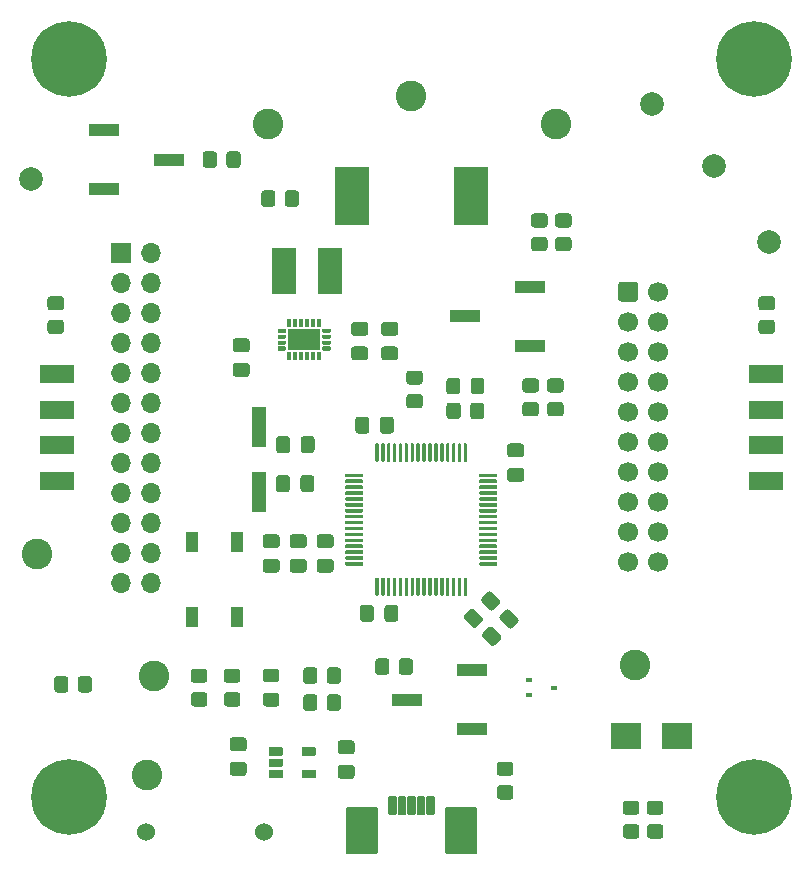
<source format=gbr>
%TF.GenerationSoftware,KiCad,Pcbnew,(5.1.10)-1*%
%TF.CreationDate,2021-12-17T12:10:03-05:00*%
%TF.ProjectId,Chess-Timer-RevA,43686573-732d-4546-996d-65722d526576,rev?*%
%TF.SameCoordinates,Original*%
%TF.FileFunction,Soldermask,Top*%
%TF.FilePolarity,Negative*%
%FSLAX46Y46*%
G04 Gerber Fmt 4.6, Leading zero omitted, Abs format (unit mm)*
G04 Created by KiCad (PCBNEW (5.1.10)-1) date 2021-12-17 12:10:03*
%MOMM*%
%LPD*%
G01*
G04 APERTURE LIST*
%ADD10R,1.200000X3.500000*%
%ADD11R,2.500000X2.300000*%
%ADD12C,2.600000*%
%ADD13C,6.400000*%
%ADD14C,2.000000*%
%ADD15C,1.700000*%
%ADD16R,1.700000X1.700000*%
%ADD17O,1.700000X1.700000*%
%ADD18R,2.000000X4.000000*%
%ADD19R,0.600000X0.400000*%
%ADD20R,2.500000X1.000000*%
%ADD21R,1.000000X1.700000*%
%ADD22C,1.524000*%
%ADD23R,3.000000X5.000000*%
%ADD24R,3.000000X1.500000*%
G04 APERTURE END LIST*
%TO.C,U2*%
G36*
G01*
X23658000Y43575000D02*
X23658000Y43825000D01*
G75*
G02*
X23708000Y43875000I50000J0D01*
G01*
X24308000Y43875000D01*
G75*
G02*
X24358000Y43825000I0J-50000D01*
G01*
X24358000Y43575000D01*
G75*
G02*
X24308000Y43525000I-50000J0D01*
G01*
X23708000Y43525000D01*
G75*
G02*
X23658000Y43575000I0J50000D01*
G01*
G37*
G36*
G01*
X27508000Y44375000D02*
X28108000Y44375000D01*
G75*
G02*
X28158000Y44325000I0J-50000D01*
G01*
X28158000Y44075000D01*
G75*
G02*
X28108000Y44025000I-50000J0D01*
G01*
X27508000Y44025000D01*
G75*
G02*
X27458000Y44075000I0J50000D01*
G01*
X27458000Y44325000D01*
G75*
G02*
X27508000Y44375000I50000J0D01*
G01*
G37*
G36*
G01*
X24583000Y45325000D02*
X27233000Y45325000D01*
G75*
G02*
X27283000Y45275000I0J-50000D01*
G01*
X27283000Y43625000D01*
G75*
G02*
X27233000Y43575000I-50000J0D01*
G01*
X24583000Y43575000D01*
G75*
G02*
X24533000Y43625000I0J50000D01*
G01*
X24533000Y45275000D01*
G75*
G02*
X24583000Y45325000I50000J0D01*
G01*
G37*
G36*
G01*
X27458000Y45075000D02*
X27458000Y45325000D01*
G75*
G02*
X27508000Y45375000I50000J0D01*
G01*
X28108000Y45375000D01*
G75*
G02*
X28158000Y45325000I0J-50000D01*
G01*
X28158000Y45075000D01*
G75*
G02*
X28108000Y45025000I-50000J0D01*
G01*
X27508000Y45025000D01*
G75*
G02*
X27458000Y45075000I0J50000D01*
G01*
G37*
G36*
G01*
X27458000Y44575000D02*
X27458000Y44825000D01*
G75*
G02*
X27508000Y44875000I50000J0D01*
G01*
X28108000Y44875000D01*
G75*
G02*
X28158000Y44825000I0J-50000D01*
G01*
X28158000Y44575000D01*
G75*
G02*
X28108000Y44525000I-50000J0D01*
G01*
X27508000Y44525000D01*
G75*
G02*
X27458000Y44575000I0J50000D01*
G01*
G37*
G36*
G01*
X27458000Y43575000D02*
X27458000Y43825000D01*
G75*
G02*
X27508000Y43875000I50000J0D01*
G01*
X28108000Y43875000D01*
G75*
G02*
X28158000Y43825000I0J-50000D01*
G01*
X28158000Y43575000D01*
G75*
G02*
X28108000Y43525000I-50000J0D01*
G01*
X27508000Y43525000D01*
G75*
G02*
X27458000Y43575000I0J50000D01*
G01*
G37*
G36*
G01*
X24533000Y43400000D02*
X24783000Y43400000D01*
G75*
G02*
X24833000Y43350000I0J-50000D01*
G01*
X24833000Y42750000D01*
G75*
G02*
X24783000Y42700000I-50000J0D01*
G01*
X24533000Y42700000D01*
G75*
G02*
X24483000Y42750000I0J50000D01*
G01*
X24483000Y43350000D01*
G75*
G02*
X24533000Y43400000I50000J0D01*
G01*
G37*
G36*
G01*
X25033000Y43400000D02*
X25283000Y43400000D01*
G75*
G02*
X25333000Y43350000I0J-50000D01*
G01*
X25333000Y42750000D01*
G75*
G02*
X25283000Y42700000I-50000J0D01*
G01*
X25033000Y42700000D01*
G75*
G02*
X24983000Y42750000I0J50000D01*
G01*
X24983000Y43350000D01*
G75*
G02*
X25033000Y43400000I50000J0D01*
G01*
G37*
G36*
G01*
X25533000Y43400000D02*
X25783000Y43400000D01*
G75*
G02*
X25833000Y43350000I0J-50000D01*
G01*
X25833000Y42750000D01*
G75*
G02*
X25783000Y42700000I-50000J0D01*
G01*
X25533000Y42700000D01*
G75*
G02*
X25483000Y42750000I0J50000D01*
G01*
X25483000Y43350000D01*
G75*
G02*
X25533000Y43400000I50000J0D01*
G01*
G37*
G36*
G01*
X26033000Y43400000D02*
X26283000Y43400000D01*
G75*
G02*
X26333000Y43350000I0J-50000D01*
G01*
X26333000Y42750000D01*
G75*
G02*
X26283000Y42700000I-50000J0D01*
G01*
X26033000Y42700000D01*
G75*
G02*
X25983000Y42750000I0J50000D01*
G01*
X25983000Y43350000D01*
G75*
G02*
X26033000Y43400000I50000J0D01*
G01*
G37*
G36*
G01*
X26533000Y43400000D02*
X26783000Y43400000D01*
G75*
G02*
X26833000Y43350000I0J-50000D01*
G01*
X26833000Y42750000D01*
G75*
G02*
X26783000Y42700000I-50000J0D01*
G01*
X26533000Y42700000D01*
G75*
G02*
X26483000Y42750000I0J50000D01*
G01*
X26483000Y43350000D01*
G75*
G02*
X26533000Y43400000I50000J0D01*
G01*
G37*
G36*
G01*
X27033000Y43400000D02*
X27283000Y43400000D01*
G75*
G02*
X27333000Y43350000I0J-50000D01*
G01*
X27333000Y42750000D01*
G75*
G02*
X27283000Y42700000I-50000J0D01*
G01*
X27033000Y42700000D01*
G75*
G02*
X26983000Y42750000I0J50000D01*
G01*
X26983000Y43350000D01*
G75*
G02*
X27033000Y43400000I50000J0D01*
G01*
G37*
G36*
G01*
X23658000Y44075000D02*
X23658000Y44325000D01*
G75*
G02*
X23708000Y44375000I50000J0D01*
G01*
X24308000Y44375000D01*
G75*
G02*
X24358000Y44325000I0J-50000D01*
G01*
X24358000Y44075000D01*
G75*
G02*
X24308000Y44025000I-50000J0D01*
G01*
X23708000Y44025000D01*
G75*
G02*
X23658000Y44075000I0J50000D01*
G01*
G37*
G36*
G01*
X23658000Y44575000D02*
X23658000Y44825000D01*
G75*
G02*
X23708000Y44875000I50000J0D01*
G01*
X24308000Y44875000D01*
G75*
G02*
X24358000Y44825000I0J-50000D01*
G01*
X24358000Y44575000D01*
G75*
G02*
X24308000Y44525000I-50000J0D01*
G01*
X23708000Y44525000D01*
G75*
G02*
X23658000Y44575000I0J50000D01*
G01*
G37*
G36*
G01*
X23658000Y45075000D02*
X23658000Y45325000D01*
G75*
G02*
X23708000Y45375000I50000J0D01*
G01*
X24308000Y45375000D01*
G75*
G02*
X24358000Y45325000I0J-50000D01*
G01*
X24358000Y45075000D01*
G75*
G02*
X24308000Y45025000I-50000J0D01*
G01*
X23708000Y45025000D01*
G75*
G02*
X23658000Y45075000I0J50000D01*
G01*
G37*
G36*
G01*
X24513000Y46200000D02*
X24763000Y46200000D01*
G75*
G02*
X24813000Y46150000I0J-50000D01*
G01*
X24813000Y45550000D01*
G75*
G02*
X24763000Y45500000I-50000J0D01*
G01*
X24513000Y45500000D01*
G75*
G02*
X24463000Y45550000I0J50000D01*
G01*
X24463000Y46150000D01*
G75*
G02*
X24513000Y46200000I50000J0D01*
G01*
G37*
G36*
G01*
X25033000Y46200000D02*
X25283000Y46200000D01*
G75*
G02*
X25333000Y46150000I0J-50000D01*
G01*
X25333000Y45550000D01*
G75*
G02*
X25283000Y45500000I-50000J0D01*
G01*
X25033000Y45500000D01*
G75*
G02*
X24983000Y45550000I0J50000D01*
G01*
X24983000Y46150000D01*
G75*
G02*
X25033000Y46200000I50000J0D01*
G01*
G37*
G36*
G01*
X25533000Y46200000D02*
X25783000Y46200000D01*
G75*
G02*
X25833000Y46150000I0J-50000D01*
G01*
X25833000Y45550000D01*
G75*
G02*
X25783000Y45500000I-50000J0D01*
G01*
X25533000Y45500000D01*
G75*
G02*
X25483000Y45550000I0J50000D01*
G01*
X25483000Y46150000D01*
G75*
G02*
X25533000Y46200000I50000J0D01*
G01*
G37*
G36*
G01*
X26033000Y46200000D02*
X26283000Y46200000D01*
G75*
G02*
X26333000Y46150000I0J-50000D01*
G01*
X26333000Y45550000D01*
G75*
G02*
X26283000Y45500000I-50000J0D01*
G01*
X26033000Y45500000D01*
G75*
G02*
X25983000Y45550000I0J50000D01*
G01*
X25983000Y46150000D01*
G75*
G02*
X26033000Y46200000I50000J0D01*
G01*
G37*
G36*
G01*
X26533000Y46200000D02*
X26783000Y46200000D01*
G75*
G02*
X26833000Y46150000I0J-50000D01*
G01*
X26833000Y45550000D01*
G75*
G02*
X26783000Y45500000I-50000J0D01*
G01*
X26533000Y45500000D01*
G75*
G02*
X26483000Y45550000I0J50000D01*
G01*
X26483000Y46150000D01*
G75*
G02*
X26533000Y46200000I50000J0D01*
G01*
G37*
G36*
G01*
X27033000Y46200000D02*
X27283000Y46200000D01*
G75*
G02*
X27333000Y46150000I0J-50000D01*
G01*
X27333000Y45550000D01*
G75*
G02*
X27283000Y45500000I-50000J0D01*
G01*
X27033000Y45500000D01*
G75*
G02*
X26983000Y45550000I0J50000D01*
G01*
X26983000Y46150000D01*
G75*
G02*
X27033000Y46200000I50000J0D01*
G01*
G37*
%TD*%
%TO.C,J1*%
G36*
G01*
X34651200Y4287200D02*
X34651200Y5687200D01*
G75*
G02*
X34751200Y5787200I100000J0D01*
G01*
X35251200Y5787200D01*
G75*
G02*
X35351200Y5687200I0J-100000D01*
G01*
X35351200Y4287200D01*
G75*
G02*
X35251200Y4187200I-100000J0D01*
G01*
X34751200Y4187200D01*
G75*
G02*
X34651200Y4287200I0J100000D01*
G01*
G37*
G36*
G01*
X37851200Y987200D02*
X37851200Y4787200D01*
G75*
G02*
X37951200Y4887200I100000J0D01*
G01*
X40451200Y4887200D01*
G75*
G02*
X40551200Y4787200I0J-100000D01*
G01*
X40551200Y987200D01*
G75*
G02*
X40451200Y887200I-100000J0D01*
G01*
X37951200Y887200D01*
G75*
G02*
X37851200Y987200I0J100000D01*
G01*
G37*
G36*
G01*
X29451200Y987200D02*
X29451200Y4787200D01*
G75*
G02*
X29551200Y4887200I100000J0D01*
G01*
X32051200Y4887200D01*
G75*
G02*
X32151200Y4787200I0J-100000D01*
G01*
X32151200Y987200D01*
G75*
G02*
X32051200Y887200I-100000J0D01*
G01*
X29551200Y887200D01*
G75*
G02*
X29451200Y987200I0J100000D01*
G01*
G37*
G36*
G01*
X36251200Y4287200D02*
X36251200Y5687200D01*
G75*
G02*
X36351200Y5787200I100000J0D01*
G01*
X36851200Y5787200D01*
G75*
G02*
X36951200Y5687200I0J-100000D01*
G01*
X36951200Y4287200D01*
G75*
G02*
X36851200Y4187200I-100000J0D01*
G01*
X36351200Y4187200D01*
G75*
G02*
X36251200Y4287200I0J100000D01*
G01*
G37*
G36*
G01*
X35451200Y4287200D02*
X35451200Y5687200D01*
G75*
G02*
X35551200Y5787200I100000J0D01*
G01*
X36051200Y5787200D01*
G75*
G02*
X36151200Y5687200I0J-100000D01*
G01*
X36151200Y4287200D01*
G75*
G02*
X36051200Y4187200I-100000J0D01*
G01*
X35551200Y4187200D01*
G75*
G02*
X35451200Y4287200I0J100000D01*
G01*
G37*
G36*
G01*
X33851200Y4287200D02*
X33851200Y5687200D01*
G75*
G02*
X33951200Y5787200I100000J0D01*
G01*
X34451200Y5787200D01*
G75*
G02*
X34551200Y5687200I0J-100000D01*
G01*
X34551200Y4287200D01*
G75*
G02*
X34451200Y4187200I-100000J0D01*
G01*
X33951200Y4187200D01*
G75*
G02*
X33851200Y4287200I0J100000D01*
G01*
G37*
G36*
G01*
X33051200Y4287200D02*
X33051200Y5687200D01*
G75*
G02*
X33151200Y5787200I100000J0D01*
G01*
X33651200Y5787200D01*
G75*
G02*
X33751200Y5687200I0J-100000D01*
G01*
X33751200Y4287200D01*
G75*
G02*
X33651200Y4187200I-100000J0D01*
G01*
X33151200Y4187200D01*
G75*
G02*
X33051200Y4287200I0J100000D01*
G01*
G37*
%TD*%
D10*
%TO.C,XTAL1*%
X22098000Y31584000D03*
X22098000Y37084000D03*
%TD*%
%TO.C,C15*%
G36*
G01*
X24696000Y32733000D02*
X24696000Y31783000D01*
G75*
G02*
X24446000Y31533000I-250000J0D01*
G01*
X23771000Y31533000D01*
G75*
G02*
X23521000Y31783000I0J250000D01*
G01*
X23521000Y32733000D01*
G75*
G02*
X23771000Y32983000I250000J0D01*
G01*
X24446000Y32983000D01*
G75*
G02*
X24696000Y32733000I0J-250000D01*
G01*
G37*
G36*
G01*
X26771000Y32733000D02*
X26771000Y31783000D01*
G75*
G02*
X26521000Y31533000I-250000J0D01*
G01*
X25846000Y31533000D01*
G75*
G02*
X25596000Y31783000I0J250000D01*
G01*
X25596000Y32733000D01*
G75*
G02*
X25846000Y32983000I250000J0D01*
G01*
X26521000Y32983000D01*
G75*
G02*
X26771000Y32733000I0J-250000D01*
G01*
G37*
%TD*%
%TO.C,C14*%
G36*
G01*
X24717500Y36035000D02*
X24717500Y35085000D01*
G75*
G02*
X24467500Y34835000I-250000J0D01*
G01*
X23792500Y34835000D01*
G75*
G02*
X23542500Y35085000I0J250000D01*
G01*
X23542500Y36035000D01*
G75*
G02*
X23792500Y36285000I250000J0D01*
G01*
X24467500Y36285000D01*
G75*
G02*
X24717500Y36035000I0J-250000D01*
G01*
G37*
G36*
G01*
X26792500Y36035000D02*
X26792500Y35085000D01*
G75*
G02*
X26542500Y34835000I-250000J0D01*
G01*
X25867500Y34835000D01*
G75*
G02*
X25617500Y35085000I0J250000D01*
G01*
X25617500Y36035000D01*
G75*
G02*
X25867500Y36285000I250000J0D01*
G01*
X26542500Y36285000D01*
G75*
G02*
X26792500Y36035000I0J-250000D01*
G01*
G37*
%TD*%
D11*
%TO.C,D1*%
X57445800Y10922000D03*
X53145800Y10922000D03*
%TD*%
D12*
%TO.C,TP9*%
X13208000Y16002000D03*
%TD*%
D13*
%TO.C,MT3*%
X64000000Y68250000D03*
%TD*%
%TO.C,MT4*%
X64000000Y5750000D03*
%TD*%
%TO.C,MT1*%
X6000000Y5750000D03*
%TD*%
%TO.C,MT2*%
X6000000Y68250000D03*
%TD*%
D14*
%TO.C,H7*%
X2794000Y58013600D03*
%TD*%
%TO.C,H3*%
X65227200Y52730400D03*
%TD*%
%TO.C,H2*%
X60604400Y59131200D03*
%TD*%
%TO.C,H1*%
X55321200Y64414400D03*
%TD*%
%TO.C,C8*%
G36*
G01*
X31808000Y21747500D02*
X31808000Y20797500D01*
G75*
G02*
X31558000Y20547500I-250000J0D01*
G01*
X30883000Y20547500D01*
G75*
G02*
X30633000Y20797500I0J250000D01*
G01*
X30633000Y21747500D01*
G75*
G02*
X30883000Y21997500I250000J0D01*
G01*
X31558000Y21997500D01*
G75*
G02*
X31808000Y21747500I0J-250000D01*
G01*
G37*
G36*
G01*
X33883000Y21747500D02*
X33883000Y20797500D01*
G75*
G02*
X33633000Y20547500I-250000J0D01*
G01*
X32958000Y20547500D01*
G75*
G02*
X32708000Y20797500I0J250000D01*
G01*
X32708000Y21747500D01*
G75*
G02*
X32958000Y21997500I250000J0D01*
G01*
X33633000Y21997500D01*
G75*
G02*
X33883000Y21747500I0J-250000D01*
G01*
G37*
%TD*%
%TO.C,C1*%
G36*
G01*
X29939000Y7265000D02*
X28989000Y7265000D01*
G75*
G02*
X28739000Y7515000I0J250000D01*
G01*
X28739000Y8190000D01*
G75*
G02*
X28989000Y8440000I250000J0D01*
G01*
X29939000Y8440000D01*
G75*
G02*
X30189000Y8190000I0J-250000D01*
G01*
X30189000Y7515000D01*
G75*
G02*
X29939000Y7265000I-250000J0D01*
G01*
G37*
G36*
G01*
X29939000Y9340000D02*
X28989000Y9340000D01*
G75*
G02*
X28739000Y9590000I0J250000D01*
G01*
X28739000Y10265000D01*
G75*
G02*
X28989000Y10515000I250000J0D01*
G01*
X29939000Y10515000D01*
G75*
G02*
X30189000Y10265000I0J-250000D01*
G01*
X30189000Y9590000D01*
G75*
G02*
X29939000Y9340000I-250000J0D01*
G01*
G37*
%TD*%
%TO.C,C2*%
G36*
G01*
X20795000Y7519000D02*
X19845000Y7519000D01*
G75*
G02*
X19595000Y7769000I0J250000D01*
G01*
X19595000Y8444000D01*
G75*
G02*
X19845000Y8694000I250000J0D01*
G01*
X20795000Y8694000D01*
G75*
G02*
X21045000Y8444000I0J-250000D01*
G01*
X21045000Y7769000D01*
G75*
G02*
X20795000Y7519000I-250000J0D01*
G01*
G37*
G36*
G01*
X20795000Y9594000D02*
X19845000Y9594000D01*
G75*
G02*
X19595000Y9844000I0J250000D01*
G01*
X19595000Y10519000D01*
G75*
G02*
X19845000Y10769000I250000J0D01*
G01*
X20795000Y10769000D01*
G75*
G02*
X21045000Y10519000I0J-250000D01*
G01*
X21045000Y9844000D01*
G75*
G02*
X20795000Y9594000I-250000J0D01*
G01*
G37*
%TD*%
%TO.C,C3*%
G36*
G01*
X20099000Y42476000D02*
X21049000Y42476000D01*
G75*
G02*
X21299000Y42226000I0J-250000D01*
G01*
X21299000Y41551000D01*
G75*
G02*
X21049000Y41301000I-250000J0D01*
G01*
X20099000Y41301000D01*
G75*
G02*
X19849000Y41551000I0J250000D01*
G01*
X19849000Y42226000D01*
G75*
G02*
X20099000Y42476000I250000J0D01*
G01*
G37*
G36*
G01*
X20099000Y44551000D02*
X21049000Y44551000D01*
G75*
G02*
X21299000Y44301000I0J-250000D01*
G01*
X21299000Y43626000D01*
G75*
G02*
X21049000Y43376000I-250000J0D01*
G01*
X20099000Y43376000D01*
G75*
G02*
X19849000Y43626000I0J250000D01*
G01*
X19849000Y44301000D01*
G75*
G02*
X20099000Y44551000I250000J0D01*
G01*
G37*
%TD*%
%TO.C,C4*%
G36*
G01*
X30132000Y43873000D02*
X31082000Y43873000D01*
G75*
G02*
X31332000Y43623000I0J-250000D01*
G01*
X31332000Y42948000D01*
G75*
G02*
X31082000Y42698000I-250000J0D01*
G01*
X30132000Y42698000D01*
G75*
G02*
X29882000Y42948000I0J250000D01*
G01*
X29882000Y43623000D01*
G75*
G02*
X30132000Y43873000I250000J0D01*
G01*
G37*
G36*
G01*
X30132000Y45948000D02*
X31082000Y45948000D01*
G75*
G02*
X31332000Y45698000I0J-250000D01*
G01*
X31332000Y45023000D01*
G75*
G02*
X31082000Y44773000I-250000J0D01*
G01*
X30132000Y44773000D01*
G75*
G02*
X29882000Y45023000I0J250000D01*
G01*
X29882000Y45698000D01*
G75*
G02*
X30132000Y45948000I250000J0D01*
G01*
G37*
%TD*%
%TO.C,C5*%
G36*
G01*
X32672000Y45948000D02*
X33622000Y45948000D01*
G75*
G02*
X33872000Y45698000I0J-250000D01*
G01*
X33872000Y45023000D01*
G75*
G02*
X33622000Y44773000I-250000J0D01*
G01*
X32672000Y44773000D01*
G75*
G02*
X32422000Y45023000I0J250000D01*
G01*
X32422000Y45698000D01*
G75*
G02*
X32672000Y45948000I250000J0D01*
G01*
G37*
G36*
G01*
X32672000Y43873000D02*
X33622000Y43873000D01*
G75*
G02*
X33872000Y43623000I0J-250000D01*
G01*
X33872000Y42948000D01*
G75*
G02*
X33622000Y42698000I-250000J0D01*
G01*
X32672000Y42698000D01*
G75*
G02*
X32422000Y42948000I0J250000D01*
G01*
X32422000Y43623000D01*
G75*
G02*
X32672000Y43873000I250000J0D01*
G01*
G37*
%TD*%
%TO.C,C6*%
G36*
G01*
X41865527Y20083678D02*
X42537278Y19411927D01*
G75*
G02*
X42537278Y19058373I-176777J-176777D01*
G01*
X42059981Y18581076D01*
G75*
G02*
X41706427Y18581076I-176777J176777D01*
G01*
X41034676Y19252827D01*
G75*
G02*
X41034676Y19606381I176777J176777D01*
G01*
X41511973Y20083678D01*
G75*
G02*
X41865527Y20083678I176777J-176777D01*
G01*
G37*
G36*
G01*
X43332773Y21550924D02*
X44004524Y20879173D01*
G75*
G02*
X44004524Y20525619I-176777J-176777D01*
G01*
X43527227Y20048322D01*
G75*
G02*
X43173673Y20048322I-176777J176777D01*
G01*
X42501922Y20720073D01*
G75*
G02*
X42501922Y21073627I176777J176777D01*
G01*
X42979219Y21550924D01*
G75*
G02*
X43332773Y21550924I176777J-176777D01*
G01*
G37*
%TD*%
%TO.C,C7*%
G36*
G01*
X30252000Y36736000D02*
X30252000Y37686000D01*
G75*
G02*
X30502000Y37936000I250000J0D01*
G01*
X31177000Y37936000D01*
G75*
G02*
X31427000Y37686000I0J-250000D01*
G01*
X31427000Y36736000D01*
G75*
G02*
X31177000Y36486000I-250000J0D01*
G01*
X30502000Y36486000D01*
G75*
G02*
X30252000Y36736000I0J250000D01*
G01*
G37*
G36*
G01*
X32327000Y36736000D02*
X32327000Y37686000D01*
G75*
G02*
X32577000Y37936000I250000J0D01*
G01*
X33252000Y37936000D01*
G75*
G02*
X33502000Y37686000I0J-250000D01*
G01*
X33502000Y36736000D01*
G75*
G02*
X33252000Y36486000I-250000J0D01*
G01*
X32577000Y36486000D01*
G75*
G02*
X32327000Y36736000I0J250000D01*
G01*
G37*
%TD*%
%TO.C,C9*%
G36*
G01*
X41783373Y23074924D02*
X42455124Y22403173D01*
G75*
G02*
X42455124Y22049619I-176777J-176777D01*
G01*
X41977827Y21572322D01*
G75*
G02*
X41624273Y21572322I-176777J176777D01*
G01*
X40952522Y22244073D01*
G75*
G02*
X40952522Y22597627I176777J176777D01*
G01*
X41429819Y23074924D01*
G75*
G02*
X41783373Y23074924I176777J-176777D01*
G01*
G37*
G36*
G01*
X40316127Y21607678D02*
X40987878Y20935927D01*
G75*
G02*
X40987878Y20582373I-176777J-176777D01*
G01*
X40510581Y20105076D01*
G75*
G02*
X40157027Y20105076I-176777J176777D01*
G01*
X39485276Y20776827D01*
G75*
G02*
X39485276Y21130381I176777J176777D01*
G01*
X39962573Y21607678D01*
G75*
G02*
X40316127Y21607678I176777J-176777D01*
G01*
G37*
%TD*%
%TO.C,C10*%
G36*
G01*
X43340000Y33586000D02*
X44290000Y33586000D01*
G75*
G02*
X44540000Y33336000I0J-250000D01*
G01*
X44540000Y32661000D01*
G75*
G02*
X44290000Y32411000I-250000J0D01*
G01*
X43340000Y32411000D01*
G75*
G02*
X43090000Y32661000I0J250000D01*
G01*
X43090000Y33336000D01*
G75*
G02*
X43340000Y33586000I250000J0D01*
G01*
G37*
G36*
G01*
X43340000Y35661000D02*
X44290000Y35661000D01*
G75*
G02*
X44540000Y35411000I0J-250000D01*
G01*
X44540000Y34736000D01*
G75*
G02*
X44290000Y34486000I-250000J0D01*
G01*
X43340000Y34486000D01*
G75*
G02*
X43090000Y34736000I0J250000D01*
G01*
X43090000Y35411000D01*
G75*
G02*
X43340000Y35661000I250000J0D01*
G01*
G37*
%TD*%
%TO.C,C11*%
G36*
G01*
X25875000Y26789800D02*
X24925000Y26789800D01*
G75*
G02*
X24675000Y27039800I0J250000D01*
G01*
X24675000Y27714800D01*
G75*
G02*
X24925000Y27964800I250000J0D01*
G01*
X25875000Y27964800D01*
G75*
G02*
X26125000Y27714800I0J-250000D01*
G01*
X26125000Y27039800D01*
G75*
G02*
X25875000Y26789800I-250000J0D01*
G01*
G37*
G36*
G01*
X25875000Y24714800D02*
X24925000Y24714800D01*
G75*
G02*
X24675000Y24964800I0J250000D01*
G01*
X24675000Y25639800D01*
G75*
G02*
X24925000Y25889800I250000J0D01*
G01*
X25875000Y25889800D01*
G75*
G02*
X26125000Y25639800I0J-250000D01*
G01*
X26125000Y24964800D01*
G75*
G02*
X25875000Y24714800I-250000J0D01*
G01*
G37*
%TD*%
%TO.C,C12*%
G36*
G01*
X28161000Y24714800D02*
X27211000Y24714800D01*
G75*
G02*
X26961000Y24964800I0J250000D01*
G01*
X26961000Y25639800D01*
G75*
G02*
X27211000Y25889800I250000J0D01*
G01*
X28161000Y25889800D01*
G75*
G02*
X28411000Y25639800I0J-250000D01*
G01*
X28411000Y24964800D01*
G75*
G02*
X28161000Y24714800I-250000J0D01*
G01*
G37*
G36*
G01*
X28161000Y26789800D02*
X27211000Y26789800D01*
G75*
G02*
X26961000Y27039800I0J250000D01*
G01*
X26961000Y27714800D01*
G75*
G02*
X27211000Y27964800I250000J0D01*
G01*
X28161000Y27964800D01*
G75*
G02*
X28411000Y27714800I0J-250000D01*
G01*
X28411000Y27039800D01*
G75*
G02*
X28161000Y26789800I-250000J0D01*
G01*
G37*
%TD*%
%TO.C,C13*%
G36*
G01*
X22639000Y27964800D02*
X23589000Y27964800D01*
G75*
G02*
X23839000Y27714800I0J-250000D01*
G01*
X23839000Y27039800D01*
G75*
G02*
X23589000Y26789800I-250000J0D01*
G01*
X22639000Y26789800D01*
G75*
G02*
X22389000Y27039800I0J250000D01*
G01*
X22389000Y27714800D01*
G75*
G02*
X22639000Y27964800I250000J0D01*
G01*
G37*
G36*
G01*
X22639000Y25889800D02*
X23589000Y25889800D01*
G75*
G02*
X23839000Y25639800I0J-250000D01*
G01*
X23839000Y24964800D01*
G75*
G02*
X23589000Y24714800I-250000J0D01*
G01*
X22639000Y24714800D01*
G75*
G02*
X22389000Y24964800I0J250000D01*
G01*
X22389000Y25639800D01*
G75*
G02*
X22639000Y25889800I250000J0D01*
G01*
G37*
%TD*%
%TO.C,J2*%
G36*
G01*
X52490000Y47914000D02*
X52490000Y49114000D01*
G75*
G02*
X52740000Y49364000I250000J0D01*
G01*
X53940000Y49364000D01*
G75*
G02*
X54190000Y49114000I0J-250000D01*
G01*
X54190000Y47914000D01*
G75*
G02*
X53940000Y47664000I-250000J0D01*
G01*
X52740000Y47664000D01*
G75*
G02*
X52490000Y47914000I0J250000D01*
G01*
G37*
D15*
X53340000Y45974000D03*
X53340000Y43434000D03*
X53340000Y40894000D03*
X53340000Y38354000D03*
X53340000Y35814000D03*
X53340000Y33274000D03*
X53340000Y30734000D03*
X53340000Y28194000D03*
X53340000Y25654000D03*
X55880000Y48514000D03*
X55880000Y45974000D03*
X55880000Y43434000D03*
X55880000Y40894000D03*
X55880000Y38354000D03*
X55880000Y35814000D03*
X55880000Y33274000D03*
X55880000Y30734000D03*
X55880000Y28194000D03*
X55880000Y25654000D03*
%TD*%
D16*
%TO.C,J4*%
X10414000Y51816000D03*
D17*
X12954000Y51816000D03*
X10414000Y49276000D03*
X12954000Y49276000D03*
X10414000Y46736000D03*
X12954000Y46736000D03*
X10414000Y44196000D03*
X12954000Y44196000D03*
X10414000Y41656000D03*
X12954000Y41656000D03*
X10414000Y39116000D03*
X12954000Y39116000D03*
X10414000Y36576000D03*
X12954000Y36576000D03*
X10414000Y34036000D03*
X12954000Y34036000D03*
X10414000Y31496000D03*
X12954000Y31496000D03*
X10414000Y28956000D03*
X12954000Y28956000D03*
X10414000Y26416000D03*
X12954000Y26416000D03*
X10414000Y23876000D03*
X12954000Y23876000D03*
%TD*%
D18*
%TO.C,L1*%
X24212000Y50292000D03*
X28112000Y50292000D03*
%TD*%
%TO.C,LED1*%
G36*
G01*
X23564001Y13386000D02*
X22663999Y13386000D01*
G75*
G02*
X22414000Y13635999I0J249999D01*
G01*
X22414000Y14286001D01*
G75*
G02*
X22663999Y14536000I249999J0D01*
G01*
X23564001Y14536000D01*
G75*
G02*
X23814000Y14286001I0J-249999D01*
G01*
X23814000Y13635999D01*
G75*
G02*
X23564001Y13386000I-249999J0D01*
G01*
G37*
G36*
G01*
X23564001Y15436000D02*
X22663999Y15436000D01*
G75*
G02*
X22414000Y15685999I0J249999D01*
G01*
X22414000Y16336001D01*
G75*
G02*
X22663999Y16586000I249999J0D01*
G01*
X23564001Y16586000D01*
G75*
G02*
X23814000Y16336001I0J-249999D01*
G01*
X23814000Y15685999D01*
G75*
G02*
X23564001Y15436000I-249999J0D01*
G01*
G37*
%TD*%
%TO.C,LED2*%
G36*
G01*
X39110500Y40963001D02*
X39110500Y40062999D01*
G75*
G02*
X38860501Y39813000I-249999J0D01*
G01*
X38210499Y39813000D01*
G75*
G02*
X37960500Y40062999I0J249999D01*
G01*
X37960500Y40963001D01*
G75*
G02*
X38210499Y41213000I249999J0D01*
G01*
X38860501Y41213000D01*
G75*
G02*
X39110500Y40963001I0J-249999D01*
G01*
G37*
G36*
G01*
X41160500Y40963001D02*
X41160500Y40062999D01*
G75*
G02*
X40910501Y39813000I-249999J0D01*
G01*
X40260499Y39813000D01*
G75*
G02*
X40010500Y40062999I0J249999D01*
G01*
X40010500Y40963001D01*
G75*
G02*
X40260499Y41213000I249999J0D01*
G01*
X40910501Y41213000D01*
G75*
G02*
X41160500Y40963001I0J-249999D01*
G01*
G37*
%TD*%
D19*
%TO.C,Q1*%
X44924000Y15636000D03*
X44924000Y14336000D03*
X47024000Y14986000D03*
%TD*%
%TO.C,R1*%
G36*
G01*
X46730499Y39160500D02*
X47630501Y39160500D01*
G75*
G02*
X47880500Y38910501I0J-249999D01*
G01*
X47880500Y38210499D01*
G75*
G02*
X47630501Y37960500I-249999J0D01*
G01*
X46730499Y37960500D01*
G75*
G02*
X46480500Y38210499I0J249999D01*
G01*
X46480500Y38910501D01*
G75*
G02*
X46730499Y39160500I249999J0D01*
G01*
G37*
G36*
G01*
X46730499Y41160500D02*
X47630501Y41160500D01*
G75*
G02*
X47880500Y40910501I0J-249999D01*
G01*
X47880500Y40210499D01*
G75*
G02*
X47630501Y39960500I-249999J0D01*
G01*
X46730499Y39960500D01*
G75*
G02*
X46480500Y40210499I0J249999D01*
G01*
X46480500Y40910501D01*
G75*
G02*
X46730499Y41160500I249999J0D01*
G01*
G37*
%TD*%
%TO.C,R2*%
G36*
G01*
X44634999Y41160500D02*
X45535001Y41160500D01*
G75*
G02*
X45785000Y40910501I0J-249999D01*
G01*
X45785000Y40210499D01*
G75*
G02*
X45535001Y39960500I-249999J0D01*
G01*
X44634999Y39960500D01*
G75*
G02*
X44385000Y40210499I0J249999D01*
G01*
X44385000Y40910501D01*
G75*
G02*
X44634999Y41160500I249999J0D01*
G01*
G37*
G36*
G01*
X44634999Y39160500D02*
X45535001Y39160500D01*
G75*
G02*
X45785000Y38910501I0J-249999D01*
G01*
X45785000Y38210499D01*
G75*
G02*
X45535001Y37960500I-249999J0D01*
G01*
X44634999Y37960500D01*
G75*
G02*
X44385000Y38210499I0J249999D01*
G01*
X44385000Y38910501D01*
G75*
G02*
X44634999Y39160500I249999J0D01*
G01*
G37*
%TD*%
%TO.C,R3*%
G36*
G01*
X29032000Y16452001D02*
X29032000Y15551999D01*
G75*
G02*
X28782001Y15302000I-249999J0D01*
G01*
X28081999Y15302000D01*
G75*
G02*
X27832000Y15551999I0J249999D01*
G01*
X27832000Y16452001D01*
G75*
G02*
X28081999Y16702000I249999J0D01*
G01*
X28782001Y16702000D01*
G75*
G02*
X29032000Y16452001I0J-249999D01*
G01*
G37*
G36*
G01*
X27032000Y16452001D02*
X27032000Y15551999D01*
G75*
G02*
X26782001Y15302000I-249999J0D01*
G01*
X26081999Y15302000D01*
G75*
G02*
X25832000Y15551999I0J249999D01*
G01*
X25832000Y16452001D01*
G75*
G02*
X26081999Y16702000I249999J0D01*
G01*
X26782001Y16702000D01*
G75*
G02*
X27032000Y16452001I0J-249999D01*
G01*
G37*
%TD*%
%TO.C,R4*%
G36*
G01*
X27032000Y14166001D02*
X27032000Y13265999D01*
G75*
G02*
X26782001Y13016000I-249999J0D01*
G01*
X26081999Y13016000D01*
G75*
G02*
X25832000Y13265999I0J249999D01*
G01*
X25832000Y14166001D01*
G75*
G02*
X26081999Y14416000I249999J0D01*
G01*
X26782001Y14416000D01*
G75*
G02*
X27032000Y14166001I0J-249999D01*
G01*
G37*
G36*
G01*
X29032000Y14166001D02*
X29032000Y13265999D01*
G75*
G02*
X28782001Y13016000I-249999J0D01*
G01*
X28081999Y13016000D01*
G75*
G02*
X27832000Y13265999I0J249999D01*
G01*
X27832000Y14166001D01*
G75*
G02*
X28081999Y14416000I249999J0D01*
G01*
X28782001Y14416000D01*
G75*
G02*
X29032000Y14166001I0J-249999D01*
G01*
G37*
%TD*%
%TO.C,R5*%
G36*
G01*
X31928000Y16313999D02*
X31928000Y17214001D01*
G75*
G02*
X32177999Y17464000I249999J0D01*
G01*
X32878001Y17464000D01*
G75*
G02*
X33128000Y17214001I0J-249999D01*
G01*
X33128000Y16313999D01*
G75*
G02*
X32878001Y16064000I-249999J0D01*
G01*
X32177999Y16064000D01*
G75*
G02*
X31928000Y16313999I0J249999D01*
G01*
G37*
G36*
G01*
X33928000Y16313999D02*
X33928000Y17214001D01*
G75*
G02*
X34177999Y17464000I249999J0D01*
G01*
X34878001Y17464000D01*
G75*
G02*
X35128000Y17214001I0J-249999D01*
G01*
X35128000Y16313999D01*
G75*
G02*
X34878001Y16064000I-249999J0D01*
G01*
X34177999Y16064000D01*
G75*
G02*
X33928000Y16313999I0J249999D01*
G01*
G37*
%TD*%
%TO.C,R6*%
G36*
G01*
X42475999Y8712000D02*
X43376001Y8712000D01*
G75*
G02*
X43626000Y8462001I0J-249999D01*
G01*
X43626000Y7761999D01*
G75*
G02*
X43376001Y7512000I-249999J0D01*
G01*
X42475999Y7512000D01*
G75*
G02*
X42226000Y7761999I0J249999D01*
G01*
X42226000Y8462001D01*
G75*
G02*
X42475999Y8712000I249999J0D01*
G01*
G37*
G36*
G01*
X42475999Y6712000D02*
X43376001Y6712000D01*
G75*
G02*
X43626000Y6462001I0J-249999D01*
G01*
X43626000Y5761999D01*
G75*
G02*
X43376001Y5512000I-249999J0D01*
G01*
X42475999Y5512000D01*
G75*
G02*
X42226000Y5761999I0J249999D01*
G01*
X42226000Y6462001D01*
G75*
G02*
X42475999Y6712000I249999J0D01*
G01*
G37*
%TD*%
%TO.C,R7*%
G36*
G01*
X5950000Y15715401D02*
X5950000Y14815399D01*
G75*
G02*
X5700001Y14565400I-249999J0D01*
G01*
X4999999Y14565400D01*
G75*
G02*
X4750000Y14815399I0J249999D01*
G01*
X4750000Y15715401D01*
G75*
G02*
X4999999Y15965400I249999J0D01*
G01*
X5700001Y15965400D01*
G75*
G02*
X5950000Y15715401I0J-249999D01*
G01*
G37*
G36*
G01*
X7950000Y15715401D02*
X7950000Y14815399D01*
G75*
G02*
X7700001Y14565400I-249999J0D01*
G01*
X6999999Y14565400D01*
G75*
G02*
X6750000Y14815399I0J249999D01*
G01*
X6750000Y15715401D01*
G75*
G02*
X6999999Y15965400I249999J0D01*
G01*
X7700001Y15965400D01*
G75*
G02*
X7950000Y15715401I0J-249999D01*
G01*
G37*
%TD*%
%TO.C,R8*%
G36*
G01*
X22276000Y55937999D02*
X22276000Y56838001D01*
G75*
G02*
X22525999Y57088000I249999J0D01*
G01*
X23226001Y57088000D01*
G75*
G02*
X23476000Y56838001I0J-249999D01*
G01*
X23476000Y55937999D01*
G75*
G02*
X23226001Y55688000I-249999J0D01*
G01*
X22525999Y55688000D01*
G75*
G02*
X22276000Y55937999I0J249999D01*
G01*
G37*
G36*
G01*
X24276000Y55937999D02*
X24276000Y56838001D01*
G75*
G02*
X24525999Y57088000I249999J0D01*
G01*
X25226001Y57088000D01*
G75*
G02*
X25476000Y56838001I0J-249999D01*
G01*
X25476000Y55937999D01*
G75*
G02*
X25226001Y55688000I-249999J0D01*
G01*
X24525999Y55688000D01*
G75*
G02*
X24276000Y55937999I0J249999D01*
G01*
G37*
%TD*%
%TO.C,R9*%
G36*
G01*
X18523000Y60140001D02*
X18523000Y59239999D01*
G75*
G02*
X18273001Y58990000I-249999J0D01*
G01*
X17572999Y58990000D01*
G75*
G02*
X17323000Y59239999I0J249999D01*
G01*
X17323000Y60140001D01*
G75*
G02*
X17572999Y60390000I249999J0D01*
G01*
X18273001Y60390000D01*
G75*
G02*
X18523000Y60140001I0J-249999D01*
G01*
G37*
G36*
G01*
X20523000Y60140001D02*
X20523000Y59239999D01*
G75*
G02*
X20273001Y58990000I-249999J0D01*
G01*
X19572999Y58990000D01*
G75*
G02*
X19323000Y59239999I0J249999D01*
G01*
X19323000Y60140001D01*
G75*
G02*
X19572999Y60390000I249999J0D01*
G01*
X20273001Y60390000D01*
G75*
G02*
X20523000Y60140001I0J-249999D01*
G01*
G37*
%TD*%
%TO.C,R10*%
G36*
G01*
X20262001Y15386000D02*
X19361999Y15386000D01*
G75*
G02*
X19112000Y15635999I0J249999D01*
G01*
X19112000Y16336001D01*
G75*
G02*
X19361999Y16586000I249999J0D01*
G01*
X20262001Y16586000D01*
G75*
G02*
X20512000Y16336001I0J-249999D01*
G01*
X20512000Y15635999D01*
G75*
G02*
X20262001Y15386000I-249999J0D01*
G01*
G37*
G36*
G01*
X20262001Y13386000D02*
X19361999Y13386000D01*
G75*
G02*
X19112000Y13635999I0J249999D01*
G01*
X19112000Y14336001D01*
G75*
G02*
X19361999Y14586000I249999J0D01*
G01*
X20262001Y14586000D01*
G75*
G02*
X20512000Y14336001I0J-249999D01*
G01*
X20512000Y13635999D01*
G75*
G02*
X20262001Y13386000I-249999J0D01*
G01*
G37*
%TD*%
%TO.C,R11*%
G36*
G01*
X55175999Y3410000D02*
X56076001Y3410000D01*
G75*
G02*
X56326000Y3160001I0J-249999D01*
G01*
X56326000Y2459999D01*
G75*
G02*
X56076001Y2210000I-249999J0D01*
G01*
X55175999Y2210000D01*
G75*
G02*
X54926000Y2459999I0J249999D01*
G01*
X54926000Y3160001D01*
G75*
G02*
X55175999Y3410000I249999J0D01*
G01*
G37*
G36*
G01*
X55175999Y5410000D02*
X56076001Y5410000D01*
G75*
G02*
X56326000Y5160001I0J-249999D01*
G01*
X56326000Y4459999D01*
G75*
G02*
X56076001Y4210000I-249999J0D01*
G01*
X55175999Y4210000D01*
G75*
G02*
X54926000Y4459999I0J249999D01*
G01*
X54926000Y5160001D01*
G75*
G02*
X55175999Y5410000I249999J0D01*
G01*
G37*
%TD*%
%TO.C,R12*%
G36*
G01*
X54044001Y2210000D02*
X53143999Y2210000D01*
G75*
G02*
X52894000Y2459999I0J249999D01*
G01*
X52894000Y3160001D01*
G75*
G02*
X53143999Y3410000I249999J0D01*
G01*
X54044001Y3410000D01*
G75*
G02*
X54294000Y3160001I0J-249999D01*
G01*
X54294000Y2459999D01*
G75*
G02*
X54044001Y2210000I-249999J0D01*
G01*
G37*
G36*
G01*
X54044001Y4210000D02*
X53143999Y4210000D01*
G75*
G02*
X52894000Y4459999I0J249999D01*
G01*
X52894000Y5160001D01*
G75*
G02*
X53143999Y5410000I249999J0D01*
G01*
X54044001Y5410000D01*
G75*
G02*
X54294000Y5160001I0J-249999D01*
G01*
X54294000Y4459999D01*
G75*
G02*
X54044001Y4210000I-249999J0D01*
G01*
G37*
%TD*%
%TO.C,R13*%
G36*
G01*
X35705201Y40633600D02*
X34805199Y40633600D01*
G75*
G02*
X34555200Y40883599I0J249999D01*
G01*
X34555200Y41583601D01*
G75*
G02*
X34805199Y41833600I249999J0D01*
G01*
X35705201Y41833600D01*
G75*
G02*
X35955200Y41583601I0J-249999D01*
G01*
X35955200Y40883599D01*
G75*
G02*
X35705201Y40633600I-249999J0D01*
G01*
G37*
G36*
G01*
X35705201Y38633600D02*
X34805199Y38633600D01*
G75*
G02*
X34555200Y38883599I0J249999D01*
G01*
X34555200Y39583601D01*
G75*
G02*
X34805199Y39833600I249999J0D01*
G01*
X35705201Y39833600D01*
G75*
G02*
X35955200Y39583601I0J-249999D01*
G01*
X35955200Y38883599D01*
G75*
G02*
X35705201Y38633600I-249999J0D01*
G01*
G37*
%TD*%
%TO.C,R14*%
G36*
G01*
X46271601Y51943200D02*
X45371599Y51943200D01*
G75*
G02*
X45121600Y52193199I0J249999D01*
G01*
X45121600Y52893201D01*
G75*
G02*
X45371599Y53143200I249999J0D01*
G01*
X46271601Y53143200D01*
G75*
G02*
X46521600Y52893201I0J-249999D01*
G01*
X46521600Y52193199D01*
G75*
G02*
X46271601Y51943200I-249999J0D01*
G01*
G37*
G36*
G01*
X46271601Y53943200D02*
X45371599Y53943200D01*
G75*
G02*
X45121600Y54193199I0J249999D01*
G01*
X45121600Y54893201D01*
G75*
G02*
X45371599Y55143200I249999J0D01*
G01*
X46271601Y55143200D01*
G75*
G02*
X46521600Y54893201I0J-249999D01*
G01*
X46521600Y54193199D01*
G75*
G02*
X46271601Y53943200I-249999J0D01*
G01*
G37*
%TD*%
%TO.C,R15*%
G36*
G01*
X48303601Y53943200D02*
X47403599Y53943200D01*
G75*
G02*
X47153600Y54193199I0J249999D01*
G01*
X47153600Y54893201D01*
G75*
G02*
X47403599Y55143200I249999J0D01*
G01*
X48303601Y55143200D01*
G75*
G02*
X48553600Y54893201I0J-249999D01*
G01*
X48553600Y54193199D01*
G75*
G02*
X48303601Y53943200I-249999J0D01*
G01*
G37*
G36*
G01*
X48303601Y51943200D02*
X47403599Y51943200D01*
G75*
G02*
X47153600Y52193199I0J249999D01*
G01*
X47153600Y52893201D01*
G75*
G02*
X47403599Y53143200I249999J0D01*
G01*
X48303601Y53143200D01*
G75*
G02*
X48553600Y52893201I0J-249999D01*
G01*
X48553600Y52193199D01*
G75*
G02*
X48303601Y51943200I-249999J0D01*
G01*
G37*
%TD*%
%TO.C,R17*%
G36*
G01*
X4426799Y48132800D02*
X5326801Y48132800D01*
G75*
G02*
X5576800Y47882801I0J-249999D01*
G01*
X5576800Y47182799D01*
G75*
G02*
X5326801Y46932800I-249999J0D01*
G01*
X4426799Y46932800D01*
G75*
G02*
X4176800Y47182799I0J249999D01*
G01*
X4176800Y47882801D01*
G75*
G02*
X4426799Y48132800I249999J0D01*
G01*
G37*
G36*
G01*
X4426799Y46132800D02*
X5326801Y46132800D01*
G75*
G02*
X5576800Y45882801I0J-249999D01*
G01*
X5576800Y45182799D01*
G75*
G02*
X5326801Y44932800I-249999J0D01*
G01*
X4426799Y44932800D01*
G75*
G02*
X4176800Y45182799I0J249999D01*
G01*
X4176800Y45882801D01*
G75*
G02*
X4426799Y46132800I249999J0D01*
G01*
G37*
%TD*%
%TO.C,R18*%
G36*
G01*
X64624799Y46132800D02*
X65524801Y46132800D01*
G75*
G02*
X65774800Y45882801I0J-249999D01*
G01*
X65774800Y45182799D01*
G75*
G02*
X65524801Y44932800I-249999J0D01*
G01*
X64624799Y44932800D01*
G75*
G02*
X64374800Y45182799I0J249999D01*
G01*
X64374800Y45882801D01*
G75*
G02*
X64624799Y46132800I249999J0D01*
G01*
G37*
G36*
G01*
X64624799Y48132800D02*
X65524801Y48132800D01*
G75*
G02*
X65774800Y47882801I0J-249999D01*
G01*
X65774800Y47182799D01*
G75*
G02*
X65524801Y46932800I-249999J0D01*
G01*
X64624799Y46932800D01*
G75*
G02*
X64374800Y47182799I0J249999D01*
G01*
X64374800Y47882801D01*
G75*
G02*
X64624799Y48132800I249999J0D01*
G01*
G37*
%TD*%
%TO.C,R19*%
G36*
G01*
X37960500Y37967499D02*
X37960500Y38867501D01*
G75*
G02*
X38210499Y39117500I249999J0D01*
G01*
X38910501Y39117500D01*
G75*
G02*
X39160500Y38867501I0J-249999D01*
G01*
X39160500Y37967499D01*
G75*
G02*
X38910501Y37717500I-249999J0D01*
G01*
X38210499Y37717500D01*
G75*
G02*
X37960500Y37967499I0J249999D01*
G01*
G37*
G36*
G01*
X39960500Y37967499D02*
X39960500Y38867501D01*
G75*
G02*
X40210499Y39117500I249999J0D01*
G01*
X40910501Y39117500D01*
G75*
G02*
X41160500Y38867501I0J-249999D01*
G01*
X41160500Y37967499D01*
G75*
G02*
X40910501Y37717500I-249999J0D01*
G01*
X40210499Y37717500D01*
G75*
G02*
X39960500Y37967499I0J249999D01*
G01*
G37*
%TD*%
%TO.C,R20*%
G36*
G01*
X16567999Y16586000D02*
X17468001Y16586000D01*
G75*
G02*
X17718000Y16336001I0J-249999D01*
G01*
X17718000Y15635999D01*
G75*
G02*
X17468001Y15386000I-249999J0D01*
G01*
X16567999Y15386000D01*
G75*
G02*
X16318000Y15635999I0J249999D01*
G01*
X16318000Y16336001D01*
G75*
G02*
X16567999Y16586000I249999J0D01*
G01*
G37*
G36*
G01*
X16567999Y14586000D02*
X17468001Y14586000D01*
G75*
G02*
X17718000Y14336001I0J-249999D01*
G01*
X17718000Y13635999D01*
G75*
G02*
X17468001Y13386000I-249999J0D01*
G01*
X16567999Y13386000D01*
G75*
G02*
X16318000Y13635999I0J249999D01*
G01*
X16318000Y14336001D01*
G75*
G02*
X16567999Y14586000I249999J0D01*
G01*
G37*
%TD*%
D20*
%TO.C,S1*%
X40088000Y16470000D03*
X34588000Y13970000D03*
X40088000Y11470000D03*
%TD*%
%TO.C,S2*%
X8934000Y57190000D03*
X14434000Y59690000D03*
X8934000Y62190000D03*
%TD*%
%TO.C,S3*%
X45041000Y43918500D03*
X39541000Y46418500D03*
X45041000Y48918500D03*
%TD*%
D21*
%TO.C,S4*%
X16388000Y27280000D03*
X16388000Y20980000D03*
X20188000Y20980000D03*
X20188000Y27280000D03*
%TD*%
D12*
%TO.C,TP1*%
X53962300Y16878300D03*
%TD*%
%TO.C,TP3*%
X3302000Y26314400D03*
%TD*%
%TO.C,TP4*%
X12573000Y7569200D03*
%TD*%
%TO.C,TP5*%
X22860000Y62738000D03*
%TD*%
%TO.C,TP6*%
X47200000Y62738000D03*
%TD*%
%TO.C,TP7*%
X34950400Y65100200D03*
%TD*%
%TO.C,U3*%
G36*
G01*
X29364000Y32885000D02*
X29364000Y33035000D01*
G75*
G02*
X29439000Y33110000I75000J0D01*
G01*
X30839000Y33110000D01*
G75*
G02*
X30914000Y33035000I0J-75000D01*
G01*
X30914000Y32885000D01*
G75*
G02*
X30839000Y32810000I-75000J0D01*
G01*
X29439000Y32810000D01*
G75*
G02*
X29364000Y32885000I0J75000D01*
G01*
G37*
G36*
G01*
X29364000Y32385000D02*
X29364000Y32535000D01*
G75*
G02*
X29439000Y32610000I75000J0D01*
G01*
X30839000Y32610000D01*
G75*
G02*
X30914000Y32535000I0J-75000D01*
G01*
X30914000Y32385000D01*
G75*
G02*
X30839000Y32310000I-75000J0D01*
G01*
X29439000Y32310000D01*
G75*
G02*
X29364000Y32385000I0J75000D01*
G01*
G37*
G36*
G01*
X29364000Y31885000D02*
X29364000Y32035000D01*
G75*
G02*
X29439000Y32110000I75000J0D01*
G01*
X30839000Y32110000D01*
G75*
G02*
X30914000Y32035000I0J-75000D01*
G01*
X30914000Y31885000D01*
G75*
G02*
X30839000Y31810000I-75000J0D01*
G01*
X29439000Y31810000D01*
G75*
G02*
X29364000Y31885000I0J75000D01*
G01*
G37*
G36*
G01*
X29364000Y31385000D02*
X29364000Y31535000D01*
G75*
G02*
X29439000Y31610000I75000J0D01*
G01*
X30839000Y31610000D01*
G75*
G02*
X30914000Y31535000I0J-75000D01*
G01*
X30914000Y31385000D01*
G75*
G02*
X30839000Y31310000I-75000J0D01*
G01*
X29439000Y31310000D01*
G75*
G02*
X29364000Y31385000I0J75000D01*
G01*
G37*
G36*
G01*
X29364000Y30885000D02*
X29364000Y31035000D01*
G75*
G02*
X29439000Y31110000I75000J0D01*
G01*
X30839000Y31110000D01*
G75*
G02*
X30914000Y31035000I0J-75000D01*
G01*
X30914000Y30885000D01*
G75*
G02*
X30839000Y30810000I-75000J0D01*
G01*
X29439000Y30810000D01*
G75*
G02*
X29364000Y30885000I0J75000D01*
G01*
G37*
G36*
G01*
X29364000Y30385000D02*
X29364000Y30535000D01*
G75*
G02*
X29439000Y30610000I75000J0D01*
G01*
X30839000Y30610000D01*
G75*
G02*
X30914000Y30535000I0J-75000D01*
G01*
X30914000Y30385000D01*
G75*
G02*
X30839000Y30310000I-75000J0D01*
G01*
X29439000Y30310000D01*
G75*
G02*
X29364000Y30385000I0J75000D01*
G01*
G37*
G36*
G01*
X29364000Y29885000D02*
X29364000Y30035000D01*
G75*
G02*
X29439000Y30110000I75000J0D01*
G01*
X30839000Y30110000D01*
G75*
G02*
X30914000Y30035000I0J-75000D01*
G01*
X30914000Y29885000D01*
G75*
G02*
X30839000Y29810000I-75000J0D01*
G01*
X29439000Y29810000D01*
G75*
G02*
X29364000Y29885000I0J75000D01*
G01*
G37*
G36*
G01*
X29364000Y29385000D02*
X29364000Y29535000D01*
G75*
G02*
X29439000Y29610000I75000J0D01*
G01*
X30839000Y29610000D01*
G75*
G02*
X30914000Y29535000I0J-75000D01*
G01*
X30914000Y29385000D01*
G75*
G02*
X30839000Y29310000I-75000J0D01*
G01*
X29439000Y29310000D01*
G75*
G02*
X29364000Y29385000I0J75000D01*
G01*
G37*
G36*
G01*
X29364000Y28885000D02*
X29364000Y29035000D01*
G75*
G02*
X29439000Y29110000I75000J0D01*
G01*
X30839000Y29110000D01*
G75*
G02*
X30914000Y29035000I0J-75000D01*
G01*
X30914000Y28885000D01*
G75*
G02*
X30839000Y28810000I-75000J0D01*
G01*
X29439000Y28810000D01*
G75*
G02*
X29364000Y28885000I0J75000D01*
G01*
G37*
G36*
G01*
X29364000Y28385000D02*
X29364000Y28535000D01*
G75*
G02*
X29439000Y28610000I75000J0D01*
G01*
X30839000Y28610000D01*
G75*
G02*
X30914000Y28535000I0J-75000D01*
G01*
X30914000Y28385000D01*
G75*
G02*
X30839000Y28310000I-75000J0D01*
G01*
X29439000Y28310000D01*
G75*
G02*
X29364000Y28385000I0J75000D01*
G01*
G37*
G36*
G01*
X29364000Y27885000D02*
X29364000Y28035000D01*
G75*
G02*
X29439000Y28110000I75000J0D01*
G01*
X30839000Y28110000D01*
G75*
G02*
X30914000Y28035000I0J-75000D01*
G01*
X30914000Y27885000D01*
G75*
G02*
X30839000Y27810000I-75000J0D01*
G01*
X29439000Y27810000D01*
G75*
G02*
X29364000Y27885000I0J75000D01*
G01*
G37*
G36*
G01*
X29364000Y27385000D02*
X29364000Y27535000D01*
G75*
G02*
X29439000Y27610000I75000J0D01*
G01*
X30839000Y27610000D01*
G75*
G02*
X30914000Y27535000I0J-75000D01*
G01*
X30914000Y27385000D01*
G75*
G02*
X30839000Y27310000I-75000J0D01*
G01*
X29439000Y27310000D01*
G75*
G02*
X29364000Y27385000I0J75000D01*
G01*
G37*
G36*
G01*
X29364000Y26885000D02*
X29364000Y27035000D01*
G75*
G02*
X29439000Y27110000I75000J0D01*
G01*
X30839000Y27110000D01*
G75*
G02*
X30914000Y27035000I0J-75000D01*
G01*
X30914000Y26885000D01*
G75*
G02*
X30839000Y26810000I-75000J0D01*
G01*
X29439000Y26810000D01*
G75*
G02*
X29364000Y26885000I0J75000D01*
G01*
G37*
G36*
G01*
X29364000Y26385000D02*
X29364000Y26535000D01*
G75*
G02*
X29439000Y26610000I75000J0D01*
G01*
X30839000Y26610000D01*
G75*
G02*
X30914000Y26535000I0J-75000D01*
G01*
X30914000Y26385000D01*
G75*
G02*
X30839000Y26310000I-75000J0D01*
G01*
X29439000Y26310000D01*
G75*
G02*
X29364000Y26385000I0J75000D01*
G01*
G37*
G36*
G01*
X29364000Y25885000D02*
X29364000Y26035000D01*
G75*
G02*
X29439000Y26110000I75000J0D01*
G01*
X30839000Y26110000D01*
G75*
G02*
X30914000Y26035000I0J-75000D01*
G01*
X30914000Y25885000D01*
G75*
G02*
X30839000Y25810000I-75000J0D01*
G01*
X29439000Y25810000D01*
G75*
G02*
X29364000Y25885000I0J75000D01*
G01*
G37*
G36*
G01*
X29364000Y25385000D02*
X29364000Y25535000D01*
G75*
G02*
X29439000Y25610000I75000J0D01*
G01*
X30839000Y25610000D01*
G75*
G02*
X30914000Y25535000I0J-75000D01*
G01*
X30914000Y25385000D01*
G75*
G02*
X30839000Y25310000I-75000J0D01*
G01*
X29439000Y25310000D01*
G75*
G02*
X29364000Y25385000I0J75000D01*
G01*
G37*
G36*
G01*
X31914000Y22835000D02*
X31914000Y24235000D01*
G75*
G02*
X31989000Y24310000I75000J0D01*
G01*
X32139000Y24310000D01*
G75*
G02*
X32214000Y24235000I0J-75000D01*
G01*
X32214000Y22835000D01*
G75*
G02*
X32139000Y22760000I-75000J0D01*
G01*
X31989000Y22760000D01*
G75*
G02*
X31914000Y22835000I0J75000D01*
G01*
G37*
G36*
G01*
X32414000Y22835000D02*
X32414000Y24235000D01*
G75*
G02*
X32489000Y24310000I75000J0D01*
G01*
X32639000Y24310000D01*
G75*
G02*
X32714000Y24235000I0J-75000D01*
G01*
X32714000Y22835000D01*
G75*
G02*
X32639000Y22760000I-75000J0D01*
G01*
X32489000Y22760000D01*
G75*
G02*
X32414000Y22835000I0J75000D01*
G01*
G37*
G36*
G01*
X32914000Y22835000D02*
X32914000Y24235000D01*
G75*
G02*
X32989000Y24310000I75000J0D01*
G01*
X33139000Y24310000D01*
G75*
G02*
X33214000Y24235000I0J-75000D01*
G01*
X33214000Y22835000D01*
G75*
G02*
X33139000Y22760000I-75000J0D01*
G01*
X32989000Y22760000D01*
G75*
G02*
X32914000Y22835000I0J75000D01*
G01*
G37*
G36*
G01*
X33414000Y22835000D02*
X33414000Y24235000D01*
G75*
G02*
X33489000Y24310000I75000J0D01*
G01*
X33639000Y24310000D01*
G75*
G02*
X33714000Y24235000I0J-75000D01*
G01*
X33714000Y22835000D01*
G75*
G02*
X33639000Y22760000I-75000J0D01*
G01*
X33489000Y22760000D01*
G75*
G02*
X33414000Y22835000I0J75000D01*
G01*
G37*
G36*
G01*
X33914000Y22835000D02*
X33914000Y24235000D01*
G75*
G02*
X33989000Y24310000I75000J0D01*
G01*
X34139000Y24310000D01*
G75*
G02*
X34214000Y24235000I0J-75000D01*
G01*
X34214000Y22835000D01*
G75*
G02*
X34139000Y22760000I-75000J0D01*
G01*
X33989000Y22760000D01*
G75*
G02*
X33914000Y22835000I0J75000D01*
G01*
G37*
G36*
G01*
X34414000Y22835000D02*
X34414000Y24235000D01*
G75*
G02*
X34489000Y24310000I75000J0D01*
G01*
X34639000Y24310000D01*
G75*
G02*
X34714000Y24235000I0J-75000D01*
G01*
X34714000Y22835000D01*
G75*
G02*
X34639000Y22760000I-75000J0D01*
G01*
X34489000Y22760000D01*
G75*
G02*
X34414000Y22835000I0J75000D01*
G01*
G37*
G36*
G01*
X34914000Y22835000D02*
X34914000Y24235000D01*
G75*
G02*
X34989000Y24310000I75000J0D01*
G01*
X35139000Y24310000D01*
G75*
G02*
X35214000Y24235000I0J-75000D01*
G01*
X35214000Y22835000D01*
G75*
G02*
X35139000Y22760000I-75000J0D01*
G01*
X34989000Y22760000D01*
G75*
G02*
X34914000Y22835000I0J75000D01*
G01*
G37*
G36*
G01*
X35414000Y22835000D02*
X35414000Y24235000D01*
G75*
G02*
X35489000Y24310000I75000J0D01*
G01*
X35639000Y24310000D01*
G75*
G02*
X35714000Y24235000I0J-75000D01*
G01*
X35714000Y22835000D01*
G75*
G02*
X35639000Y22760000I-75000J0D01*
G01*
X35489000Y22760000D01*
G75*
G02*
X35414000Y22835000I0J75000D01*
G01*
G37*
G36*
G01*
X35914000Y22835000D02*
X35914000Y24235000D01*
G75*
G02*
X35989000Y24310000I75000J0D01*
G01*
X36139000Y24310000D01*
G75*
G02*
X36214000Y24235000I0J-75000D01*
G01*
X36214000Y22835000D01*
G75*
G02*
X36139000Y22760000I-75000J0D01*
G01*
X35989000Y22760000D01*
G75*
G02*
X35914000Y22835000I0J75000D01*
G01*
G37*
G36*
G01*
X36414000Y22835000D02*
X36414000Y24235000D01*
G75*
G02*
X36489000Y24310000I75000J0D01*
G01*
X36639000Y24310000D01*
G75*
G02*
X36714000Y24235000I0J-75000D01*
G01*
X36714000Y22835000D01*
G75*
G02*
X36639000Y22760000I-75000J0D01*
G01*
X36489000Y22760000D01*
G75*
G02*
X36414000Y22835000I0J75000D01*
G01*
G37*
G36*
G01*
X36914000Y22835000D02*
X36914000Y24235000D01*
G75*
G02*
X36989000Y24310000I75000J0D01*
G01*
X37139000Y24310000D01*
G75*
G02*
X37214000Y24235000I0J-75000D01*
G01*
X37214000Y22835000D01*
G75*
G02*
X37139000Y22760000I-75000J0D01*
G01*
X36989000Y22760000D01*
G75*
G02*
X36914000Y22835000I0J75000D01*
G01*
G37*
G36*
G01*
X37414000Y22835000D02*
X37414000Y24235000D01*
G75*
G02*
X37489000Y24310000I75000J0D01*
G01*
X37639000Y24310000D01*
G75*
G02*
X37714000Y24235000I0J-75000D01*
G01*
X37714000Y22835000D01*
G75*
G02*
X37639000Y22760000I-75000J0D01*
G01*
X37489000Y22760000D01*
G75*
G02*
X37414000Y22835000I0J75000D01*
G01*
G37*
G36*
G01*
X37914000Y22835000D02*
X37914000Y24235000D01*
G75*
G02*
X37989000Y24310000I75000J0D01*
G01*
X38139000Y24310000D01*
G75*
G02*
X38214000Y24235000I0J-75000D01*
G01*
X38214000Y22835000D01*
G75*
G02*
X38139000Y22760000I-75000J0D01*
G01*
X37989000Y22760000D01*
G75*
G02*
X37914000Y22835000I0J75000D01*
G01*
G37*
G36*
G01*
X38414000Y22835000D02*
X38414000Y24235000D01*
G75*
G02*
X38489000Y24310000I75000J0D01*
G01*
X38639000Y24310000D01*
G75*
G02*
X38714000Y24235000I0J-75000D01*
G01*
X38714000Y22835000D01*
G75*
G02*
X38639000Y22760000I-75000J0D01*
G01*
X38489000Y22760000D01*
G75*
G02*
X38414000Y22835000I0J75000D01*
G01*
G37*
G36*
G01*
X38914000Y22835000D02*
X38914000Y24235000D01*
G75*
G02*
X38989000Y24310000I75000J0D01*
G01*
X39139000Y24310000D01*
G75*
G02*
X39214000Y24235000I0J-75000D01*
G01*
X39214000Y22835000D01*
G75*
G02*
X39139000Y22760000I-75000J0D01*
G01*
X38989000Y22760000D01*
G75*
G02*
X38914000Y22835000I0J75000D01*
G01*
G37*
G36*
G01*
X39414000Y22835000D02*
X39414000Y24235000D01*
G75*
G02*
X39489000Y24310000I75000J0D01*
G01*
X39639000Y24310000D01*
G75*
G02*
X39714000Y24235000I0J-75000D01*
G01*
X39714000Y22835000D01*
G75*
G02*
X39639000Y22760000I-75000J0D01*
G01*
X39489000Y22760000D01*
G75*
G02*
X39414000Y22835000I0J75000D01*
G01*
G37*
G36*
G01*
X40714000Y25385000D02*
X40714000Y25535000D01*
G75*
G02*
X40789000Y25610000I75000J0D01*
G01*
X42189000Y25610000D01*
G75*
G02*
X42264000Y25535000I0J-75000D01*
G01*
X42264000Y25385000D01*
G75*
G02*
X42189000Y25310000I-75000J0D01*
G01*
X40789000Y25310000D01*
G75*
G02*
X40714000Y25385000I0J75000D01*
G01*
G37*
G36*
G01*
X40714000Y25885000D02*
X40714000Y26035000D01*
G75*
G02*
X40789000Y26110000I75000J0D01*
G01*
X42189000Y26110000D01*
G75*
G02*
X42264000Y26035000I0J-75000D01*
G01*
X42264000Y25885000D01*
G75*
G02*
X42189000Y25810000I-75000J0D01*
G01*
X40789000Y25810000D01*
G75*
G02*
X40714000Y25885000I0J75000D01*
G01*
G37*
G36*
G01*
X40714000Y26385000D02*
X40714000Y26535000D01*
G75*
G02*
X40789000Y26610000I75000J0D01*
G01*
X42189000Y26610000D01*
G75*
G02*
X42264000Y26535000I0J-75000D01*
G01*
X42264000Y26385000D01*
G75*
G02*
X42189000Y26310000I-75000J0D01*
G01*
X40789000Y26310000D01*
G75*
G02*
X40714000Y26385000I0J75000D01*
G01*
G37*
G36*
G01*
X40714000Y26885000D02*
X40714000Y27035000D01*
G75*
G02*
X40789000Y27110000I75000J0D01*
G01*
X42189000Y27110000D01*
G75*
G02*
X42264000Y27035000I0J-75000D01*
G01*
X42264000Y26885000D01*
G75*
G02*
X42189000Y26810000I-75000J0D01*
G01*
X40789000Y26810000D01*
G75*
G02*
X40714000Y26885000I0J75000D01*
G01*
G37*
G36*
G01*
X40714000Y27385000D02*
X40714000Y27535000D01*
G75*
G02*
X40789000Y27610000I75000J0D01*
G01*
X42189000Y27610000D01*
G75*
G02*
X42264000Y27535000I0J-75000D01*
G01*
X42264000Y27385000D01*
G75*
G02*
X42189000Y27310000I-75000J0D01*
G01*
X40789000Y27310000D01*
G75*
G02*
X40714000Y27385000I0J75000D01*
G01*
G37*
G36*
G01*
X40714000Y27885000D02*
X40714000Y28035000D01*
G75*
G02*
X40789000Y28110000I75000J0D01*
G01*
X42189000Y28110000D01*
G75*
G02*
X42264000Y28035000I0J-75000D01*
G01*
X42264000Y27885000D01*
G75*
G02*
X42189000Y27810000I-75000J0D01*
G01*
X40789000Y27810000D01*
G75*
G02*
X40714000Y27885000I0J75000D01*
G01*
G37*
G36*
G01*
X40714000Y28385000D02*
X40714000Y28535000D01*
G75*
G02*
X40789000Y28610000I75000J0D01*
G01*
X42189000Y28610000D01*
G75*
G02*
X42264000Y28535000I0J-75000D01*
G01*
X42264000Y28385000D01*
G75*
G02*
X42189000Y28310000I-75000J0D01*
G01*
X40789000Y28310000D01*
G75*
G02*
X40714000Y28385000I0J75000D01*
G01*
G37*
G36*
G01*
X40714000Y28885000D02*
X40714000Y29035000D01*
G75*
G02*
X40789000Y29110000I75000J0D01*
G01*
X42189000Y29110000D01*
G75*
G02*
X42264000Y29035000I0J-75000D01*
G01*
X42264000Y28885000D01*
G75*
G02*
X42189000Y28810000I-75000J0D01*
G01*
X40789000Y28810000D01*
G75*
G02*
X40714000Y28885000I0J75000D01*
G01*
G37*
G36*
G01*
X40714000Y29385000D02*
X40714000Y29535000D01*
G75*
G02*
X40789000Y29610000I75000J0D01*
G01*
X42189000Y29610000D01*
G75*
G02*
X42264000Y29535000I0J-75000D01*
G01*
X42264000Y29385000D01*
G75*
G02*
X42189000Y29310000I-75000J0D01*
G01*
X40789000Y29310000D01*
G75*
G02*
X40714000Y29385000I0J75000D01*
G01*
G37*
G36*
G01*
X40714000Y29885000D02*
X40714000Y30035000D01*
G75*
G02*
X40789000Y30110000I75000J0D01*
G01*
X42189000Y30110000D01*
G75*
G02*
X42264000Y30035000I0J-75000D01*
G01*
X42264000Y29885000D01*
G75*
G02*
X42189000Y29810000I-75000J0D01*
G01*
X40789000Y29810000D01*
G75*
G02*
X40714000Y29885000I0J75000D01*
G01*
G37*
G36*
G01*
X40714000Y30385000D02*
X40714000Y30535000D01*
G75*
G02*
X40789000Y30610000I75000J0D01*
G01*
X42189000Y30610000D01*
G75*
G02*
X42264000Y30535000I0J-75000D01*
G01*
X42264000Y30385000D01*
G75*
G02*
X42189000Y30310000I-75000J0D01*
G01*
X40789000Y30310000D01*
G75*
G02*
X40714000Y30385000I0J75000D01*
G01*
G37*
G36*
G01*
X40714000Y30885000D02*
X40714000Y31035000D01*
G75*
G02*
X40789000Y31110000I75000J0D01*
G01*
X42189000Y31110000D01*
G75*
G02*
X42264000Y31035000I0J-75000D01*
G01*
X42264000Y30885000D01*
G75*
G02*
X42189000Y30810000I-75000J0D01*
G01*
X40789000Y30810000D01*
G75*
G02*
X40714000Y30885000I0J75000D01*
G01*
G37*
G36*
G01*
X40714000Y31385000D02*
X40714000Y31535000D01*
G75*
G02*
X40789000Y31610000I75000J0D01*
G01*
X42189000Y31610000D01*
G75*
G02*
X42264000Y31535000I0J-75000D01*
G01*
X42264000Y31385000D01*
G75*
G02*
X42189000Y31310000I-75000J0D01*
G01*
X40789000Y31310000D01*
G75*
G02*
X40714000Y31385000I0J75000D01*
G01*
G37*
G36*
G01*
X40714000Y31885000D02*
X40714000Y32035000D01*
G75*
G02*
X40789000Y32110000I75000J0D01*
G01*
X42189000Y32110000D01*
G75*
G02*
X42264000Y32035000I0J-75000D01*
G01*
X42264000Y31885000D01*
G75*
G02*
X42189000Y31810000I-75000J0D01*
G01*
X40789000Y31810000D01*
G75*
G02*
X40714000Y31885000I0J75000D01*
G01*
G37*
G36*
G01*
X40714000Y32385000D02*
X40714000Y32535000D01*
G75*
G02*
X40789000Y32610000I75000J0D01*
G01*
X42189000Y32610000D01*
G75*
G02*
X42264000Y32535000I0J-75000D01*
G01*
X42264000Y32385000D01*
G75*
G02*
X42189000Y32310000I-75000J0D01*
G01*
X40789000Y32310000D01*
G75*
G02*
X40714000Y32385000I0J75000D01*
G01*
G37*
G36*
G01*
X40714000Y32885000D02*
X40714000Y33035000D01*
G75*
G02*
X40789000Y33110000I75000J0D01*
G01*
X42189000Y33110000D01*
G75*
G02*
X42264000Y33035000I0J-75000D01*
G01*
X42264000Y32885000D01*
G75*
G02*
X42189000Y32810000I-75000J0D01*
G01*
X40789000Y32810000D01*
G75*
G02*
X40714000Y32885000I0J75000D01*
G01*
G37*
G36*
G01*
X39414000Y34185000D02*
X39414000Y35585000D01*
G75*
G02*
X39489000Y35660000I75000J0D01*
G01*
X39639000Y35660000D01*
G75*
G02*
X39714000Y35585000I0J-75000D01*
G01*
X39714000Y34185000D01*
G75*
G02*
X39639000Y34110000I-75000J0D01*
G01*
X39489000Y34110000D01*
G75*
G02*
X39414000Y34185000I0J75000D01*
G01*
G37*
G36*
G01*
X38914000Y34185000D02*
X38914000Y35585000D01*
G75*
G02*
X38989000Y35660000I75000J0D01*
G01*
X39139000Y35660000D01*
G75*
G02*
X39214000Y35585000I0J-75000D01*
G01*
X39214000Y34185000D01*
G75*
G02*
X39139000Y34110000I-75000J0D01*
G01*
X38989000Y34110000D01*
G75*
G02*
X38914000Y34185000I0J75000D01*
G01*
G37*
G36*
G01*
X38414000Y34185000D02*
X38414000Y35585000D01*
G75*
G02*
X38489000Y35660000I75000J0D01*
G01*
X38639000Y35660000D01*
G75*
G02*
X38714000Y35585000I0J-75000D01*
G01*
X38714000Y34185000D01*
G75*
G02*
X38639000Y34110000I-75000J0D01*
G01*
X38489000Y34110000D01*
G75*
G02*
X38414000Y34185000I0J75000D01*
G01*
G37*
G36*
G01*
X37914000Y34185000D02*
X37914000Y35585000D01*
G75*
G02*
X37989000Y35660000I75000J0D01*
G01*
X38139000Y35660000D01*
G75*
G02*
X38214000Y35585000I0J-75000D01*
G01*
X38214000Y34185000D01*
G75*
G02*
X38139000Y34110000I-75000J0D01*
G01*
X37989000Y34110000D01*
G75*
G02*
X37914000Y34185000I0J75000D01*
G01*
G37*
G36*
G01*
X37414000Y34185000D02*
X37414000Y35585000D01*
G75*
G02*
X37489000Y35660000I75000J0D01*
G01*
X37639000Y35660000D01*
G75*
G02*
X37714000Y35585000I0J-75000D01*
G01*
X37714000Y34185000D01*
G75*
G02*
X37639000Y34110000I-75000J0D01*
G01*
X37489000Y34110000D01*
G75*
G02*
X37414000Y34185000I0J75000D01*
G01*
G37*
G36*
G01*
X36914000Y34185000D02*
X36914000Y35585000D01*
G75*
G02*
X36989000Y35660000I75000J0D01*
G01*
X37139000Y35660000D01*
G75*
G02*
X37214000Y35585000I0J-75000D01*
G01*
X37214000Y34185000D01*
G75*
G02*
X37139000Y34110000I-75000J0D01*
G01*
X36989000Y34110000D01*
G75*
G02*
X36914000Y34185000I0J75000D01*
G01*
G37*
G36*
G01*
X36414000Y34185000D02*
X36414000Y35585000D01*
G75*
G02*
X36489000Y35660000I75000J0D01*
G01*
X36639000Y35660000D01*
G75*
G02*
X36714000Y35585000I0J-75000D01*
G01*
X36714000Y34185000D01*
G75*
G02*
X36639000Y34110000I-75000J0D01*
G01*
X36489000Y34110000D01*
G75*
G02*
X36414000Y34185000I0J75000D01*
G01*
G37*
G36*
G01*
X35914000Y34185000D02*
X35914000Y35585000D01*
G75*
G02*
X35989000Y35660000I75000J0D01*
G01*
X36139000Y35660000D01*
G75*
G02*
X36214000Y35585000I0J-75000D01*
G01*
X36214000Y34185000D01*
G75*
G02*
X36139000Y34110000I-75000J0D01*
G01*
X35989000Y34110000D01*
G75*
G02*
X35914000Y34185000I0J75000D01*
G01*
G37*
G36*
G01*
X35414000Y34185000D02*
X35414000Y35585000D01*
G75*
G02*
X35489000Y35660000I75000J0D01*
G01*
X35639000Y35660000D01*
G75*
G02*
X35714000Y35585000I0J-75000D01*
G01*
X35714000Y34185000D01*
G75*
G02*
X35639000Y34110000I-75000J0D01*
G01*
X35489000Y34110000D01*
G75*
G02*
X35414000Y34185000I0J75000D01*
G01*
G37*
G36*
G01*
X34914000Y34185000D02*
X34914000Y35585000D01*
G75*
G02*
X34989000Y35660000I75000J0D01*
G01*
X35139000Y35660000D01*
G75*
G02*
X35214000Y35585000I0J-75000D01*
G01*
X35214000Y34185000D01*
G75*
G02*
X35139000Y34110000I-75000J0D01*
G01*
X34989000Y34110000D01*
G75*
G02*
X34914000Y34185000I0J75000D01*
G01*
G37*
G36*
G01*
X34414000Y34185000D02*
X34414000Y35585000D01*
G75*
G02*
X34489000Y35660000I75000J0D01*
G01*
X34639000Y35660000D01*
G75*
G02*
X34714000Y35585000I0J-75000D01*
G01*
X34714000Y34185000D01*
G75*
G02*
X34639000Y34110000I-75000J0D01*
G01*
X34489000Y34110000D01*
G75*
G02*
X34414000Y34185000I0J75000D01*
G01*
G37*
G36*
G01*
X33914000Y34185000D02*
X33914000Y35585000D01*
G75*
G02*
X33989000Y35660000I75000J0D01*
G01*
X34139000Y35660000D01*
G75*
G02*
X34214000Y35585000I0J-75000D01*
G01*
X34214000Y34185000D01*
G75*
G02*
X34139000Y34110000I-75000J0D01*
G01*
X33989000Y34110000D01*
G75*
G02*
X33914000Y34185000I0J75000D01*
G01*
G37*
G36*
G01*
X33414000Y34185000D02*
X33414000Y35585000D01*
G75*
G02*
X33489000Y35660000I75000J0D01*
G01*
X33639000Y35660000D01*
G75*
G02*
X33714000Y35585000I0J-75000D01*
G01*
X33714000Y34185000D01*
G75*
G02*
X33639000Y34110000I-75000J0D01*
G01*
X33489000Y34110000D01*
G75*
G02*
X33414000Y34185000I0J75000D01*
G01*
G37*
G36*
G01*
X32914000Y34185000D02*
X32914000Y35585000D01*
G75*
G02*
X32989000Y35660000I75000J0D01*
G01*
X33139000Y35660000D01*
G75*
G02*
X33214000Y35585000I0J-75000D01*
G01*
X33214000Y34185000D01*
G75*
G02*
X33139000Y34110000I-75000J0D01*
G01*
X32989000Y34110000D01*
G75*
G02*
X32914000Y34185000I0J75000D01*
G01*
G37*
G36*
G01*
X32414000Y34185000D02*
X32414000Y35585000D01*
G75*
G02*
X32489000Y35660000I75000J0D01*
G01*
X32639000Y35660000D01*
G75*
G02*
X32714000Y35585000I0J-75000D01*
G01*
X32714000Y34185000D01*
G75*
G02*
X32639000Y34110000I-75000J0D01*
G01*
X32489000Y34110000D01*
G75*
G02*
X32414000Y34185000I0J75000D01*
G01*
G37*
G36*
G01*
X31914000Y34185000D02*
X31914000Y35585000D01*
G75*
G02*
X31989000Y35660000I75000J0D01*
G01*
X32139000Y35660000D01*
G75*
G02*
X32214000Y35585000I0J-75000D01*
G01*
X32214000Y34185000D01*
G75*
G02*
X32139000Y34110000I-75000J0D01*
G01*
X31989000Y34110000D01*
G75*
G02*
X31914000Y34185000I0J75000D01*
G01*
G37*
%TD*%
D22*
%TO.C,BT1*%
X22526000Y2794000D03*
X12526000Y2794000D03*
%TD*%
D23*
%TO.C,S8*%
X40000000Y56642000D03*
X30000000Y56642000D03*
%TD*%
%TO.C,U1*%
G36*
G01*
X22942000Y9936000D02*
X24042000Y9936000D01*
G75*
G02*
X24092000Y9886000I0J-50000D01*
G01*
X24092000Y9286000D01*
G75*
G02*
X24042000Y9236000I-50000J0D01*
G01*
X22942000Y9236000D01*
G75*
G02*
X22892000Y9286000I0J50000D01*
G01*
X22892000Y9886000D01*
G75*
G02*
X22942000Y9936000I50000J0D01*
G01*
G37*
G36*
G01*
X22942000Y8986000D02*
X24042000Y8986000D01*
G75*
G02*
X24092000Y8936000I0J-50000D01*
G01*
X24092000Y8336000D01*
G75*
G02*
X24042000Y8286000I-50000J0D01*
G01*
X22942000Y8286000D01*
G75*
G02*
X22892000Y8336000I0J50000D01*
G01*
X22892000Y8936000D01*
G75*
G02*
X22942000Y8986000I50000J0D01*
G01*
G37*
G36*
G01*
X22942000Y8036000D02*
X24042000Y8036000D01*
G75*
G02*
X24092000Y7986000I0J-50000D01*
G01*
X24092000Y7386000D01*
G75*
G02*
X24042000Y7336000I-50000J0D01*
G01*
X22942000Y7336000D01*
G75*
G02*
X22892000Y7386000I0J50000D01*
G01*
X22892000Y7986000D01*
G75*
G02*
X22942000Y8036000I50000J0D01*
G01*
G37*
G36*
G01*
X25742000Y9936000D02*
X26842000Y9936000D01*
G75*
G02*
X26892000Y9886000I0J-50000D01*
G01*
X26892000Y9286000D01*
G75*
G02*
X26842000Y9236000I-50000J0D01*
G01*
X25742000Y9236000D01*
G75*
G02*
X25692000Y9286000I0J50000D01*
G01*
X25692000Y9886000D01*
G75*
G02*
X25742000Y9936000I50000J0D01*
G01*
G37*
G36*
G01*
X25742000Y8036000D02*
X26842000Y8036000D01*
G75*
G02*
X26892000Y7986000I0J-50000D01*
G01*
X26892000Y7386000D01*
G75*
G02*
X26842000Y7336000I-50000J0D01*
G01*
X25742000Y7336000D01*
G75*
G02*
X25692000Y7386000I0J50000D01*
G01*
X25692000Y7986000D01*
G75*
G02*
X25742000Y8036000I50000J0D01*
G01*
G37*
%TD*%
D24*
%TO.C,S6*%
X5000000Y41500000D03*
X5000000Y38500000D03*
X5000000Y35500000D03*
X5000000Y32500000D03*
%TD*%
%TO.C,S7*%
X65000000Y35500000D03*
X65000000Y32500000D03*
X65000000Y38500000D03*
X65000000Y41500000D03*
%TD*%
M02*

</source>
